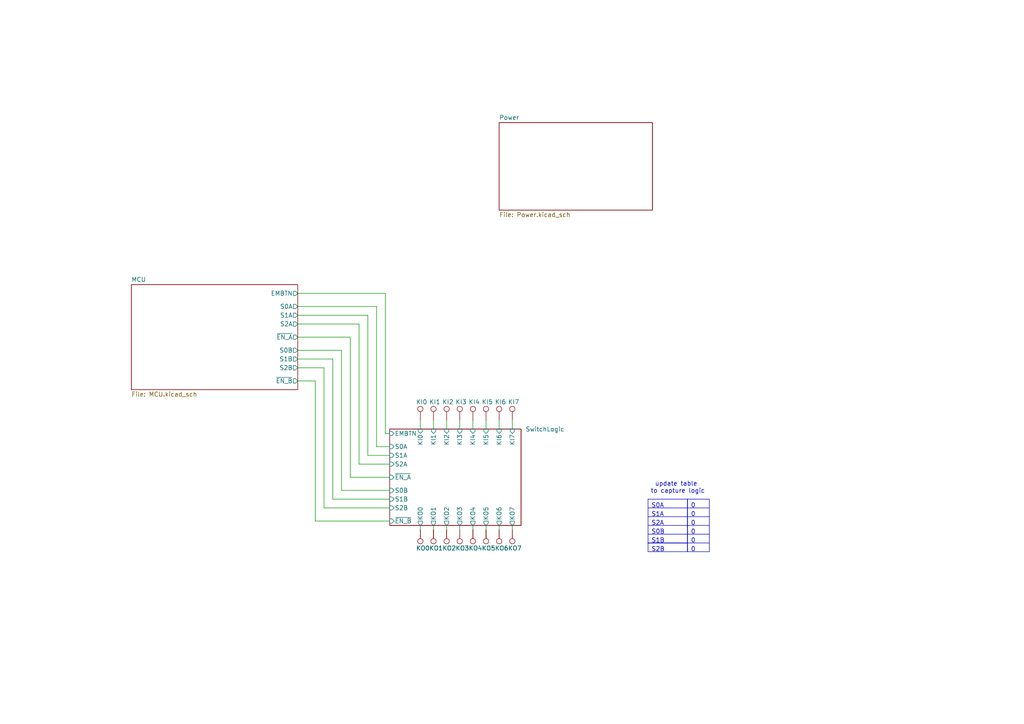
<source format=kicad_sch>
(kicad_sch (version 20250114) (generator "eeschema") (generator_version "9.0")
  (paper "A4")
  (title_block (title "CalcNumPad"))
  (lib_symbols
    (symbol "Connector:TestPoint" (pin_numbers (hide yes)) (pin_names (offset 0.762) (hide yes))
      (property "Reference" "TP" (at 0 6.858 0))
      (property "Value" "TestPoint" (at 0 5.08 0))
      (symbol "TestPoint_0_1"
        (circle (center 0 3.302) (radius 0.762))
      )
      (symbol "TestPoint_1_1"
        (pin passive line (at 0 0 90) (length 2.54) (name "1") (number "1"))
      )
    )
  )
  (text "update table \nto capture logic" (at 196.596 141.478 0) (effects (font (size 1.27 1.27))))
  (wire (pts (xy 104.14 134.62) (xy 113.03 134.62)))
  (wire (pts (xy 106.68 132.08) (xy 106.68 91.44)))
  (wire (pts (xy 91.44 151.13) (xy 113.03 151.13)))
  (wire (pts (xy 86.36 101.6) (xy 99.06 101.6)))
  (wire (pts (xy 96.52 144.78) (xy 113.03 144.78)))
  (wire (pts (xy 86.36 88.9) (xy 109.22 88.9)))
  (wire (pts (xy 91.44 110.49) (xy 91.44 151.13)))
  (wire (pts (xy 113.03 138.43) (xy 101.6 138.43)))
  (wire (pts (xy 93.98 106.68) (xy 93.98 147.32)))
  (wire (pts (xy 99.06 142.24) (xy 113.03 142.24)))
  (wire (pts (xy 109.22 88.9) (xy 109.22 129.54)))
  (wire (pts (xy 148.59 153.67) (xy 148.59 152.4)))
  (wire (pts (xy 144.78 121.92) (xy 144.78 124.46)))
  (wire (pts (xy 96.52 104.14) (xy 96.52 144.78)))
  (wire (pts (xy 111.76 85.09) (xy 86.36 85.09)))
  (wire (pts (xy 86.36 104.14) (xy 96.52 104.14)))
  (wire (pts (xy 101.6 97.79) (xy 86.36 97.79)))
  (wire (pts (xy 133.35 153.67) (xy 133.35 152.4)))
  (wire (pts (xy 106.68 91.44) (xy 86.36 91.44)))
  (wire (pts (xy 137.16 153.67) (xy 137.16 152.4)))
  (wire (pts (xy 93.98 147.32) (xy 113.03 147.32)))
  (wire (pts (xy 109.22 129.54) (xy 113.03 129.54)))
  (wire (pts (xy 129.54 121.92) (xy 129.54 124.46)))
  (wire (pts (xy 86.36 93.98) (xy 104.14 93.98)))
  (wire (pts (xy 148.59 121.92) (xy 148.59 124.46)))
  (wire (pts (xy 104.14 93.98) (xy 104.14 134.62)))
  (wire (pts (xy 140.97 153.67) (xy 140.97 152.4)))
  (wire (pts (xy 99.06 101.6) (xy 99.06 142.24)))
  (wire (pts (xy 129.54 153.67) (xy 129.54 152.4)))
  (wire (pts (xy 86.36 110.49) (xy 91.44 110.49)))
  (wire (pts (xy 86.36 106.68) (xy 93.98 106.68)))
  (wire (pts (xy 111.76 125.73) (xy 111.76 85.09)))
  (wire (pts (xy 125.73 121.92) (xy 125.73 124.46)))
  (wire (pts (xy 144.78 153.67) (xy 144.78 152.4)))
  (wire (pts (xy 133.35 121.92) (xy 133.35 124.46)))
  (wire (pts (xy 137.16 121.92) (xy 137.16 124.46)))
  (wire (pts (xy 121.92 121.92) (xy 121.92 124.46)))
  (wire (pts (xy 140.97 121.92) (xy 140.97 124.46)))
  (wire (pts (xy 113.03 125.73) (xy 111.76 125.73)))
  (wire (pts (xy 121.92 153.67) (xy 121.92 152.4)))
  (wire (pts (xy 101.6 138.43) (xy 101.6 97.79)))
  (wire (pts (xy 113.03 132.08) (xy 106.68 132.08)))
  (wire (pts (xy 125.73 153.67) (xy 125.73 152.4)))
  (table (column_count 1) (border (external yes) (header yes)) (separators (rows yes) (cols yes)) (column_widths 6.35) (row_heights 2.54 2.54 2.54 2.54 2.54 2.54) (cells (table_cell "0" (at 199.39 144.78 0) (size 6.35 2.54) (margins 0.9525 0.9525 0.9525 0.9525) (span 1 1)) (table_cell "0" (at 199.39 147.32 0) (size 6.35 2.54) (margins 0.9525 0.9525 0.9525 0.9525) (span 1 1)) (table_cell "0" (at 199.39 149.86 0) (size 6.35 2.54) (margins 0.9525 0.9525 0.9525 0.9525) (span 1 1)) (table_cell "0" (at 199.39 152.4 0) (size 6.35 2.54) (margins 0.9525 0.9525 0.9525 0.9525) (span 1 1)) (table_cell "0" (at 199.39 154.94 0) (size 6.35 2.54) (margins 0.9525 0.9525 0.9525 0.9525) (span 1 1)) (table_cell "0" (at 199.39 157.48 0) (size 6.35 2.54) (margins 0.9525 0.9525 0.9525 0.9525) (span 1 1))))
  (table (column_count 1) (border (external yes) (header yes)) (separators (rows yes) (cols yes)) (column_widths 11.43) (row_heights 2.54) (cells (table_cell "S2B" (at 187.96 157.48 0) (size 11.43 2.54) (margins 0.9525 0.9525 0.9525 0.9525) (span 1 1))))
  (table (column_count 1) (border (external yes) (header yes)) (separators (rows yes) (cols yes)) (column_widths 11.43) (row_heights 2.54 2.54 2.54 2.54 2.54) (cells (table_cell "S0A" (at 187.96 144.78 0) (size 11.43 2.54) (margins 0.9525 0.9525 0.9525 0.9525) (span 1 1)) (table_cell "S1A" (at 187.96 147.32 0) (size 11.43 2.54) (margins 0.9525 0.9525 0.9525 0.9525) (span 1 1)) (table_cell "S2A" (at 187.96 149.86 0) (size 11.43 2.54) (margins 0.9525 0.9525 0.9525 0.9525) (span 1 1)) (table_cell "S0B" (at 187.96 152.4 0) (size 11.43 2.54) (margins 0.9525 0.9525 0.9525 0.9525) (span 1 1)) (table_cell "S1B" (at 187.96 154.94 0) (size 11.43 2.54) (margins 0.9525 0.9525 0.9525 0.9525) (span 1 1))))
  (symbol (lib_id "Connector:TestPoint") (at 137.16 121.92 0) (unit 1)
    (property "Reference" "TP5" (effects (hide yes)))
    (property "Value" "KI4" (at 135.89 116.586 0) (effects (justify left)))
    (property "Footprint" "TestPoint:TestPoint_Pad_D2.0mm" (effects (hide yes)))
    (property "Description" "test point" (effects (hide yes)))
  )
  (symbol (lib_id "Connector:TestPoint") (at 125.73 153.67 0) (mirror x) (unit 1)
    (property "Reference" "TP10" (effects (hide yes)))
    (property "Value" "KO1" (at 124.46 159.004 0) (effects (justify left)))
    (property "Footprint" "TestPoint:TestPoint_Pad_D2.0mm" (effects (hide yes)))
    (property "Description" "test point" (effects (hide yes)))
  )
  (symbol (lib_id "Connector:TestPoint") (at 121.92 153.67 0) (mirror x) (unit 1)
    (property "Reference" "TP9" (effects (hide yes)))
    (property "Value" "KO0" (at 120.65 159.004 0) (effects (justify left)))
    (property "Footprint" "TestPoint:TestPoint_Pad_D2.0mm" (effects (hide yes)))
    (property "Description" "test point" (effects (hide yes)))
  )
  (symbol (lib_id "Connector:TestPoint") (at 140.97 121.92 0) (unit 1)
    (property "Reference" "TP6" (effects (hide yes)))
    (property "Value" "KI5" (at 139.7 116.586 0) (effects (justify left)))
    (property "Footprint" "TestPoint:TestPoint_Pad_D2.0mm" (effects (hide yes)))
    (property "Description" "test point" (effects (hide yes)))
  )
  (symbol (lib_id "Connector:TestPoint") (at 144.78 153.67 0) (mirror x) (unit 1)
    (property "Reference" "TP15" (effects (hide yes)))
    (property "Value" "KO6" (at 143.51 159.004 0) (effects (justify left)))
    (property "Footprint" "TestPoint:TestPoint_Pad_D2.0mm" (effects (hide yes)))
    (property "Description" "test point" (effects (hide yes)))
  )
  (symbol (lib_id "Connector:TestPoint") (at 144.78 121.92 0) (unit 1)
    (property "Reference" "TP7" (effects (hide yes)))
    (property "Value" "KI6" (at 143.51 116.586 0) (effects (justify left)))
    (property "Footprint" "TestPoint:TestPoint_Pad_D2.0mm" (effects (hide yes)))
    (property "Description" "test point" (effects (hide yes)))
  )
  (symbol (lib_id "Connector:TestPoint") (at 148.59 153.67 0) (mirror x) (unit 1)
    (property "Reference" "TP16" (effects (hide yes)))
    (property "Value" "KO7" (at 147.32 159.004 0) (effects (justify left)))
    (property "Footprint" "TestPoint:TestPoint_Pad_D2.0mm" (effects (hide yes)))
    (property "Description" "test point" (effects (hide yes)))
  )
  (symbol (lib_id "Connector:TestPoint") (at 129.54 121.92 0) (unit 1)
    (property "Reference" "TP3" (effects (hide yes)))
    (property "Value" "KI2" (at 128.27 116.586 0) (effects (justify left)))
    (property "Footprint" "TestPoint:TestPoint_Pad_D2.0mm" (effects (hide yes)))
    (property "Description" "test point" (effects (hide yes)))
  )
  (symbol (lib_id "Connector:TestPoint") (at 133.35 121.92 0) (unit 1)
    (property "Reference" "TP4" (effects (hide yes)))
    (property "Value" "KI3" (at 132.08 116.586 0) (effects (justify left)))
    (property "Footprint" "TestPoint:TestPoint_Pad_D2.0mm" (effects (hide yes)))
    (property "Description" "test point" (effects (hide yes)))
  )
  (symbol (lib_id "Connector:TestPoint") (at 133.35 153.67 0) (mirror x) (unit 1)
    (property "Reference" "TP12" (effects (hide yes)))
    (property "Value" "KO3" (at 132.08 159.004 0) (effects (justify left)))
    (property "Footprint" "TestPoint:TestPoint_Pad_D2.0mm" (effects (hide yes)))
    (property "Description" "test point" (effects (hide yes)))
  )
  (symbol (lib_id "Connector:TestPoint") (at 140.97 153.67 0) (mirror x) (unit 1)
    (property "Reference" "TP14" (effects (hide yes)))
    (property "Value" "KO5" (at 139.7 159.004 0) (effects (justify left)))
    (property "Footprint" "TestPoint:TestPoint_Pad_D2.0mm" (effects (hide yes)))
    (property "Description" "test point" (effects (hide yes)))
  )
  (symbol (lib_id "Connector:TestPoint") (at 125.73 121.92 0) (unit 1)
    (property "Reference" "TP2" (effects (hide yes)))
    (property "Value" "KI1" (at 124.46 116.586 0) (effects (justify left)))
    (property "Footprint" "TestPoint:TestPoint_Pad_D2.0mm" (effects (hide yes)))
    (property "Description" "test point" (effects (hide yes)))
  )
  (symbol (lib_id "Connector:TestPoint") (at 137.16 153.67 0) (mirror x) (unit 1)
    (property "Reference" "TP13" (effects (hide yes)))
    (property "Value" "KO4" (at 135.89 159.004 0) (effects (justify left)))
    (property "Footprint" "TestPoint:TestPoint_Pad_D2.0mm" (effects (hide yes)))
    (property "Description" "test point" (effects (hide yes)))
  )
  (symbol (lib_id "Connector:TestPoint") (at 121.92 121.92 0) (unit 1)
    (property "Reference" "TP1" (effects (hide yes)))
    (property "Value" "KI0" (at 120.65 116.586 0) (effects (justify left)))
    (property "Footprint" "TestPoint:TestPoint_Pad_D2.0mm" (effects (hide yes)))
    (property "Description" "test point" (effects (hide yes)))
  )
  (symbol (lib_id "Connector:TestPoint") (at 129.54 153.67 0) (mirror x) (unit 1)
    (property "Reference" "TP11" (effects (hide yes)))
    (property "Value" "KO2" (at 128.27 159.004 0) (effects (justify left)))
    (property "Footprint" "TestPoint:TestPoint_Pad_D2.0mm" (effects (hide yes)))
    (property "Description" "test point" (effects (hide yes)))
  )
  (symbol (lib_id "Connector:TestPoint") (at 148.59 121.92 0) (unit 1)
    (property "Reference" "TP8" (effects (hide yes)))
    (property "Value" "KI7" (at 147.32 116.586 0) (effects (justify left)))
    (property "Footprint" "TestPoint:TestPoint_Pad_D2.0mm" (effects (hide yes)))
    (property "Description" "test point" (effects (hide yes)))
  )
  (sheet (at 144.78 35.56) (size 44.45 25.4) (stroke (width 0.1524))
    (property "Sheetname" "Power" (at 144.78 34.8484 0) (effects (justify left bottom)))
    (property "Sheetfile" "Power.kicad_sch" (at 144.78 61.5446 0) (effects (justify left top)))
  )
  (sheet (at 113.03 124.46) (size 38.1 27.94) (stroke (width 0.1524))
    (property "Sheetname" "SwitchLogic" (at 152.4 125.222 0) (effects (justify left bottom)))
    (property "Sheetfile" "SwitchLogic.kicad_sch" (effects (hide yes)))
    (pin "S1A" input (at 113.03 132.08 180))
    (pin "~{EN_A}" input (at 113.03 138.43 180))
    (pin "S0A" input (at 113.03 129.54 180))
    (pin "S2A" input (at 113.03 134.62 180))
    (pin "KO6" output (at 144.78 152.4 270))
    (pin "KO0" output (at 121.92 152.4 270))
    (pin "KO7" output (at 148.59 152.4 270))
    (pin "KO4" output (at 137.16 152.4 270))
    (pin "KO5" output (at 140.97 152.4 270))
    (pin "KO2" output (at 129.54 152.4 270))
    (pin "KO3" output (at 133.35 152.4 270))
    (pin "KO1" output (at 125.73 152.4 270))
    (pin "S0B" input (at 113.03 142.24 180))
    (pin "S1B" input (at 113.03 144.78 180))
    (pin "KI6" input (at 144.78 124.46 90))
    (pin "KI0" input (at 121.92 124.46 90))
    (pin "KI7" input (at 148.59 124.46 90))
    (pin "KI4" input (at 137.16 124.46 90))
    (pin "KI5" input (at 140.97 124.46 90))
    (pin "KI2" input (at 129.54 124.46 90))
    (pin "KI3" input (at 133.35 124.46 90))
    (pin "KI1" input (at 125.73 124.46 90))
    (pin "S2B" input (at 113.03 147.32 180))
    (pin "~{EN_B}" input (at 113.03 151.13 180))
    (pin "EMBTN" input (at 113.03 125.73 180))
  )
  (sheet (at 38.1 82.55) (size 48.26 30.48) (stroke (width 0.1524))
    (property "Sheetname" "MCU" (at 38.1 81.8384 0) (effects (justify left bottom)))
    (property "Sheetfile" "MCU.kicad_sch" (at 38.1 113.6146 0) (effects (justify left top)))
    (pin "S0B" output (at 86.36 101.6 0))
    (pin "~{EN_A}" output (at 86.36 97.79 0))
    (pin "EMBTN" output (at 86.36 85.09 0))
    (pin "S1A" output (at 86.36 91.44 0))
    (pin "S0A" output (at 86.36 88.9 0))
    (pin "~{EN_B}" output (at 86.36 110.49 0))
    (pin "S2A" output (at 86.36 93.98 0))
    (pin "S2B" output (at 86.36 106.68 0))
    (pin "S1B" output (at 86.36 104.14 0))
  )
)
</source>
